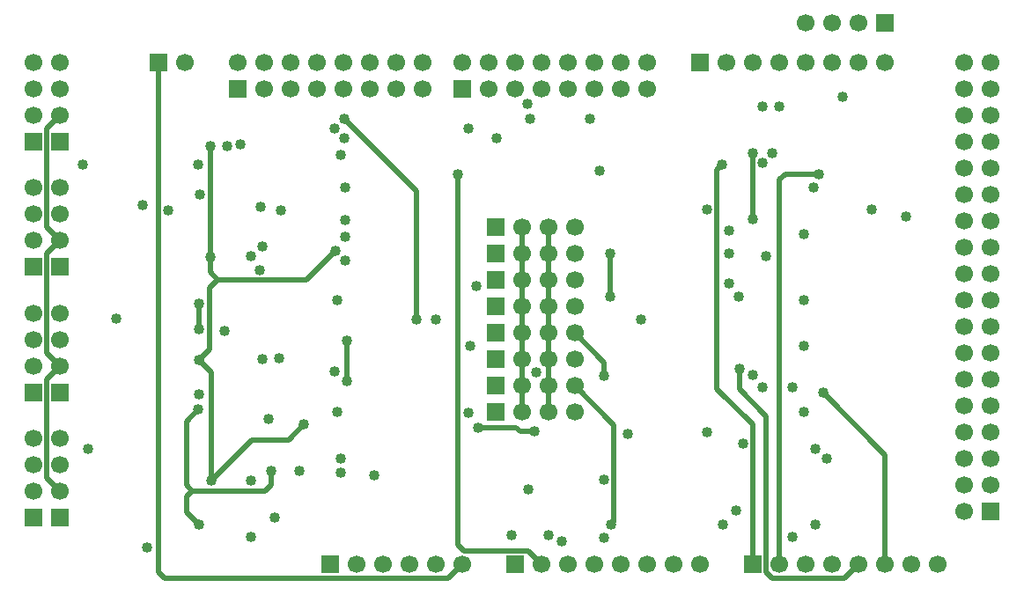
<source format=gbr>
G04 DipTrace 3.3.1.3*
G04 Inner1.gbr*
%MOMM*%
G04 #@! TF.FileFunction,Copper,L2,Inr*
G04 #@! TF.Part,Single*
G04 #@! TA.AperFunction,Conductor*
%ADD14C,0.5*%
G04 #@! TA.AperFunction,ComponentPad*
%ADD21R,1.7X1.7*%
%ADD22C,1.7*%
G04 #@! TA.AperFunction,ViaPad*
%ADD26C,1.016*%
%FSLAX35Y35*%
G04*
G71*
G90*
G75*
G01*
G04 Inner1*
%LPD*%
X2907087Y2744282D2*
D14*
X2790010Y2627205D1*
Y2014350D1*
X2846010Y1958350D1*
X2790010Y1902350D1*
Y1754420D1*
X2909430Y1635000D1*
X5002810Y3606000D2*
Y4843440D1*
X4308450Y5537800D1*
X2910810Y3513210D2*
Y3757200D1*
X2846010Y1958350D2*
X3547500D1*
X3603500Y2014350D1*
Y2149800D1*
X6270500Y2714500D2*
Y2968500D1*
Y4238500D2*
Y4492500D1*
Y3984500D2*
Y4238500D1*
Y3730500D2*
Y3984500D1*
Y3476500D2*
Y3730500D1*
Y3222500D2*
Y3476500D1*
Y2968500D2*
Y3222500D1*
X1571500Y5572000D2*
X1444500Y5445000D1*
Y4492500D1*
X1571500Y4365500D1*
X6016500Y4492500D2*
Y4238500D1*
X1571500Y3159000D2*
X1444500Y3032000D1*
Y2079500D1*
X1571500Y1952500D1*
Y4365500D2*
X1444500Y4238500D1*
Y3286000D1*
X1571500Y3159000D1*
X6016500Y2968500D2*
Y2714500D1*
Y3222500D2*
Y2968500D1*
Y3476500D2*
Y3222500D1*
Y3730500D2*
Y3476500D1*
Y3984500D2*
Y3730500D1*
Y4238500D2*
Y3984500D1*
X7941800Y5098300D2*
X7893060Y5049560D1*
Y2941933D1*
X8239000Y2595993D1*
Y1254000D1*
X5401800Y5005500D2*
Y1437010D1*
X5457800Y1381010D1*
X6079990D1*
X6207000Y1254000D1*
X3921750Y2596020D2*
X3772950Y2447220D1*
X3419540D1*
X3032010Y2059690D1*
X6136700Y2532510D2*
X5999910D1*
X5963110Y2569310D1*
X5598700D1*
X2910810Y3217510D2*
X3011300Y3318000D1*
Y3910150D1*
X3090650Y3989500D1*
X3943600D1*
X4222000Y4267900D1*
X8239010Y4576300D2*
Y5208600D1*
X8239000D1*
X3090650Y3989500D2*
X3017450Y4062700D1*
Y4207900D1*
X3032010Y2059690D2*
Y3096310D1*
X2910810Y3217510D1*
X3017450Y4207900D2*
Y5278900D1*
X4333700Y3404000D2*
Y3013950D1*
X2524000Y6080000D2*
Y1174200D1*
X2580000Y1118200D1*
X5309200D1*
X5445000Y1254000D1*
X8873750Y5005500D2*
X8549000D1*
X8493000Y4949500D1*
Y1254000D1*
X6863800Y3823300D2*
Y4243500D1*
X6807800Y3061300D2*
Y3193200D1*
X6524500Y3476500D1*
X8914400Y2900000D2*
X9509000Y2305400D1*
Y1254000D1*
X6873700Y1635000D2*
X6900600Y1661900D1*
Y2592400D1*
X6524500Y2968500D1*
X8109390Y3129700D2*
Y2936310D1*
X8366000Y2679700D1*
Y1174200D1*
X8422000Y1118200D1*
X9119200D1*
X9255000Y1254000D1*
D26*
X3521800Y3229300D3*
X7800260Y4669100D3*
X2910810Y3757200D3*
X7953300Y1635000D3*
X3603500Y2149800D3*
X6674300Y5540360D3*
X3505250Y4690600D3*
X4308450Y5537800D3*
X2909430Y1635000D3*
X5915500Y1529700D3*
X2907087Y2744282D3*
X5002810Y3606000D3*
X7800260Y2526520D3*
X6270500Y1529700D3*
X5188500Y3603500D3*
X2910810Y3513210D3*
X7160250Y3603500D3*
X2112000Y3615610D3*
X6400100Y1473810D3*
X7941800Y5098300D3*
X2616800Y4653800D3*
X2918500Y4811800D3*
X2899300Y5093300D3*
X2366510Y4704700D3*
X3179250Y5278900D3*
X5401800Y5005500D3*
X3584106Y2653861D3*
X3698500Y4653800D3*
X6068830Y5677300D3*
X4308450Y5351500D3*
X3682490Y3231700D3*
X6074300Y1970100D3*
X1791300Y5093300D3*
X4314800Y4873500D3*
X4278000Y5191100D3*
X3308850Y5288550D3*
X4216800Y5445000D3*
X3494690Y4082300D3*
X5579510Y3926000D3*
X4238550Y3794000D3*
X4314800Y4175100D3*
X3521800Y4310450D3*
X3413000Y4218690D3*
X4314800Y4403360D3*
Y4561000D3*
X2910810Y2883300D3*
X8424610Y5208600D3*
X5499490Y5447560D3*
X8009300Y4243500D3*
Y3957500D3*
X3159000Y3496800D3*
X5521760Y3349500D3*
X4238550Y2714500D3*
X4333700Y3013950D3*
Y3404000D3*
X4216800Y3105600D3*
X3413000Y1519690D3*
X3640290Y1698500D3*
X1841320Y2362800D3*
X2414630Y1410200D3*
X4277876Y2131453D3*
X3413000Y2055420D3*
X4598630Y2110500D3*
X4272800Y2270000D3*
X8873750Y5005500D3*
X8331810Y5655800D3*
Y5115800D3*
X6767100Y5034800D3*
X8821600Y4873500D3*
X8493000Y5655800D3*
X9382000Y4662600D3*
X9102000Y5748600D3*
X9706010Y4597800D3*
X8366000Y4218690D3*
X6863800Y4243500D3*
Y3823300D3*
X8009300Y4458300D3*
X8102100Y3823300D3*
X8728800Y3794000D3*
Y4429000D3*
X8078660Y1767000D3*
X6807800Y3061300D3*
X5505900Y2705410D3*
X8620000Y2956800D3*
X8914400Y2900000D3*
X8331800Y2956800D3*
X6154670Y3095500D3*
X8728800Y2714500D3*
Y3349500D3*
X6873700Y1635000D3*
X6807800Y1503010D3*
X8620000Y1519690D3*
X6807800Y2062900D3*
X7032500Y2510100D3*
X8839800Y1635000D3*
Y2362800D3*
X8951200Y2270000D3*
X6095300Y5540360D3*
X3017450Y5278900D3*
Y4207900D3*
X3879200Y2149800D3*
X4222000Y4267900D3*
X8239000Y3077600D3*
X2910810Y3217510D3*
X5769300Y5354750D3*
X3032010Y2059690D3*
X8239010Y4576300D3*
X8239000Y5208600D3*
X5598700Y2569310D3*
X3921750Y2596020D3*
X8146190Y2417300D3*
X6136700Y2532510D3*
X8109390Y3129700D3*
D21*
X5953000Y1254000D3*
D22*
X6207000D3*
X6461000D3*
X6715000D3*
X6969000D3*
X7223000D3*
X7477000D3*
X7731000D3*
D21*
X8239000D3*
D22*
X8493000D3*
X8747000D3*
X9001000D3*
X9255000D3*
X9509000D3*
X9763000D3*
X10017000D3*
D21*
X7731000Y6080000D3*
D22*
X7985000D3*
X8239000D3*
X8493000D3*
X8747000D3*
X9001000D3*
X9255000D3*
X9509000D3*
D21*
X10525000Y1762000D3*
D22*
X10271000D3*
X10525000Y2016000D3*
X10271000D3*
X10525000Y2270000D3*
X10271000D3*
X10525000Y2524000D3*
X10271000D3*
X10525000Y2778000D3*
X10271000D3*
X10525000Y3032000D3*
X10271000D3*
X10525000Y3286000D3*
X10271000D3*
X10525000Y3540000D3*
X10271000D3*
X10525000Y3794000D3*
X10271000D3*
X10525000Y4048000D3*
X10271000D3*
X10525000Y4302000D3*
X10271000D3*
X10525000Y4556000D3*
X10271000D3*
X10525000Y4810000D3*
X10271000D3*
X10525000Y5064000D3*
X10271000D3*
X10525000Y5318000D3*
X10271000D3*
X10525000Y5572000D3*
X10271000D3*
X10525000Y5826000D3*
X10271000D3*
X10525000Y6080000D3*
X10271000D3*
D21*
X9509000Y6461000D3*
D22*
X9255000D3*
X9001000D3*
X8747000D3*
D21*
X2524000Y6080000D3*
D22*
X2778000D3*
D21*
X4175000Y1254000D3*
D22*
X4429000D3*
X4683000D3*
X4937000D3*
X5191000D3*
X5445000D3*
D21*
X3286000Y5826000D3*
D22*
Y6080000D3*
X3540000Y5826000D3*
Y6080000D3*
X3794000Y5826000D3*
Y6080000D3*
X4048000Y5826000D3*
Y6080000D3*
X4302000Y5826000D3*
Y6080000D3*
X4556000Y5826000D3*
Y6080000D3*
X4810000Y5826000D3*
Y6080000D3*
X5064000Y5826000D3*
Y6080000D3*
D21*
X5445000Y5826000D3*
D22*
Y6080000D3*
X5699000Y5826000D3*
Y6080000D3*
X5953000Y5826000D3*
Y6080000D3*
X6207000Y5826000D3*
Y6080000D3*
X6461000Y5826000D3*
Y6080000D3*
X6715000Y5826000D3*
Y6080000D3*
X6969000Y5826000D3*
Y6080000D3*
X7223000Y5826000D3*
Y6080000D3*
D21*
X1317500Y5318000D3*
D22*
Y5572000D3*
Y5826000D3*
Y6080000D3*
D21*
X1571500Y5318000D3*
D22*
Y5572000D3*
Y5826000D3*
Y6080000D3*
D21*
X1317500Y4111500D3*
D22*
Y4365500D3*
Y4619500D3*
Y4873500D3*
D21*
X1571500Y4111500D3*
D22*
Y4365500D3*
Y4619500D3*
Y4873500D3*
D21*
X1317500Y2905000D3*
D22*
Y3159000D3*
Y3413000D3*
Y3667000D3*
D21*
X1571500Y2905000D3*
D22*
Y3159000D3*
Y3413000D3*
Y3667000D3*
D21*
X1317500Y1698500D3*
D22*
Y1952500D3*
Y2206500D3*
Y2460500D3*
D21*
X1571500Y1698500D3*
D22*
Y1952500D3*
Y2206500D3*
Y2460500D3*
D21*
X5762500Y4492500D3*
D22*
X6016500D3*
X6270500D3*
X6524500D3*
D21*
X5762500Y4238500D3*
D22*
X6016500D3*
X6270500D3*
X6524500D3*
D21*
X5762500Y3984500D3*
D22*
X6016500D3*
X6270500D3*
X6524500D3*
D21*
X5762500Y3730500D3*
D22*
X6016500D3*
X6270500D3*
X6524500D3*
D21*
X5762500Y3476500D3*
D22*
X6016500D3*
X6270500D3*
X6524500D3*
D21*
X5762500Y3222500D3*
D22*
X6016500D3*
X6270500D3*
X6524500D3*
D21*
X5762500Y2968500D3*
D22*
X6016500D3*
X6270500D3*
X6524500D3*
D21*
X5762500Y2714500D3*
D22*
X6016500D3*
X6270500D3*
X6524500D3*
M02*

</source>
